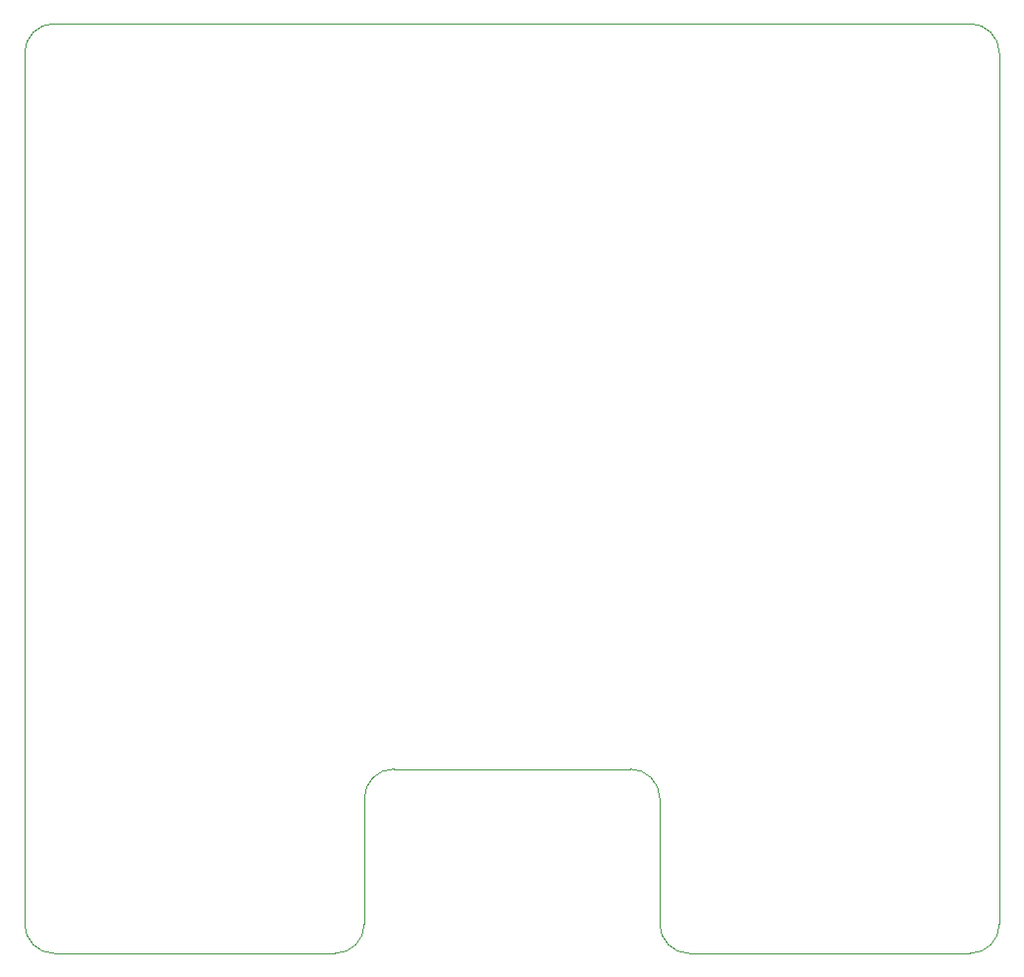
<source format=gm1>
G04 #@! TF.GenerationSoftware,KiCad,Pcbnew,5.1.10-88a1d61d58~88~ubuntu20.04.1*
G04 #@! TF.CreationDate,2021-06-29T09:02:15-04:00*
G04 #@! TF.ProjectId,whooshy_sound,77686f6f-7368-4795-9f73-6f756e642e6b,0*
G04 #@! TF.SameCoordinates,Original*
G04 #@! TF.FileFunction,Profile,NP*
%FSLAX46Y46*%
G04 Gerber Fmt 4.6, Leading zero omitted, Abs format (unit mm)*
G04 Created by KiCad (PCBNEW 5.1.10-88a1d61d58~88~ubuntu20.04.1) date 2021-06-29 09:02:15*
%MOMM*%
%LPD*%
G01*
G04 APERTURE LIST*
G04 #@! TA.AperFunction,Profile*
%ADD10C,0.050000*%
G04 #@! TD*
G04 APERTURE END LIST*
D10*
X210820000Y-148590000D02*
G75*
G02*
X208280000Y-151130000I-2540000J0D01*
G01*
X184150000Y-151130000D02*
G75*
G02*
X181610000Y-148590000I0J2540000D01*
G01*
X179070000Y-135255000D02*
G75*
G02*
X181610000Y-137795000I0J-2540000D01*
G01*
X156210000Y-137795000D02*
G75*
G02*
X158750000Y-135255000I2540000J0D01*
G01*
X156210000Y-148590000D02*
G75*
G02*
X153670000Y-151130000I-2540000J0D01*
G01*
X129540000Y-151130000D02*
G75*
G02*
X127000000Y-148590000I0J2540000D01*
G01*
X127000000Y-73660000D02*
G75*
G02*
X129540000Y-71120000I2540000J0D01*
G01*
X208280000Y-71120000D02*
G75*
G02*
X210820000Y-73660000I0J-2540000D01*
G01*
X210820000Y-148590000D02*
X210820000Y-132080000D01*
X184150000Y-151130000D02*
X208280000Y-151130000D01*
X181610000Y-137795000D02*
X181610000Y-148590000D01*
X156210000Y-148590000D02*
X156210000Y-137795000D01*
X129540000Y-151130000D02*
X153670000Y-151130000D01*
X127000000Y-73660000D02*
X127000000Y-148590000D01*
X179070000Y-135255000D02*
X158750000Y-135255000D01*
X210820000Y-73660000D02*
X210820000Y-132080000D01*
X129540000Y-71120000D02*
X208280000Y-71120000D01*
M02*

</source>
